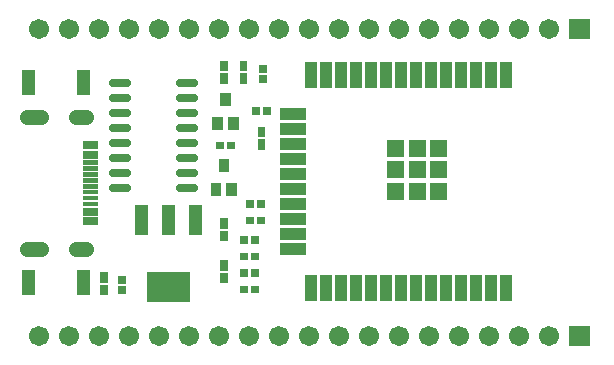
<source format=gts>
G04 Layer: TopSolderMaskLayer*
G04 EasyEDA v6.5.3, 2022-05-09 22:00:40*
G04 d9374f8db1c04431a46586793fd7dc8a,036ae6e9a2b24cebb23d0048bde98d7c,10*
G04 Gerber Generator version 0.2*
G04 Scale: 100 percent, Rotated: No, Reflected: No *
G04 Dimensions in millimeters *
G04 leading zeros omitted , absolute positions ,4 integer and 5 decimal *
%FSLAX45Y45*%
%MOMM*%

%ADD35C,0.6616*%
%ADD36C,1.3016*%
%ADD44C,1.7016*%

%LPD*%
D35*
X3696301Y5867400D02*
G01*
X3577800Y5867400D01*
X3696301Y5740400D02*
G01*
X3577800Y5740400D01*
X3696301Y5613400D02*
G01*
X3577800Y5613400D01*
X3696301Y5486400D02*
G01*
X3577800Y5486400D01*
X3696301Y5359400D02*
G01*
X3577800Y5359400D01*
X3696301Y5232400D02*
G01*
X3577800Y5232400D01*
X3696301Y5105400D02*
G01*
X3577800Y5105400D01*
X3696301Y4978400D02*
G01*
X3577800Y4978400D01*
X4270799Y5867400D02*
G01*
X4152298Y5867400D01*
X4270799Y5740400D02*
G01*
X4152298Y5740400D01*
X4270799Y5613400D02*
G01*
X4152298Y5613400D01*
X4270799Y5486400D02*
G01*
X4152298Y5486400D01*
X4270799Y5359400D02*
G01*
X4152298Y5359400D01*
X4270799Y5232400D02*
G01*
X4152298Y5232400D01*
X4270799Y5105400D02*
G01*
X4152298Y5105400D01*
X4270799Y4978400D02*
G01*
X4152298Y4978400D01*
D36*
X2970103Y5574487D02*
G01*
X2850103Y5574487D01*
X2970103Y4458487D02*
G01*
X2850103Y4458487D01*
X3350102Y4458487D02*
G01*
X3270102Y4458487D01*
X3350102Y5574487D02*
G01*
X3270102Y5574487D01*
G36*
X4489195Y4168139D02*
G01*
X4489195Y4257294D01*
X4553204Y4257294D01*
X4553204Y4168139D01*
G37*
G36*
X4489195Y4277105D02*
G01*
X4489195Y4366260D01*
X4553204Y4366260D01*
X4553204Y4277105D01*
G37*
G36*
X4806695Y5298439D02*
G01*
X4806695Y5387594D01*
X4870704Y5387594D01*
X4870704Y5298439D01*
G37*
G36*
X4806695Y5407405D02*
G01*
X4806695Y5496560D01*
X4870704Y5496560D01*
X4870704Y5407405D01*
G37*
G36*
X4654295Y5966205D02*
G01*
X4654295Y6055360D01*
X4718304Y6055360D01*
X4718304Y5966205D01*
G37*
G36*
X4654295Y5857239D02*
G01*
X4654295Y5946394D01*
X4718304Y5946394D01*
X4718304Y5857239D01*
G37*
G36*
X4489195Y5857239D02*
G01*
X4489195Y5946394D01*
X4553204Y5946394D01*
X4553204Y5857239D01*
G37*
G36*
X4489195Y5966205D02*
G01*
X4489195Y6055360D01*
X4553204Y6055360D01*
X4553204Y5966205D01*
G37*
G36*
X3473195Y4175505D02*
G01*
X3473195Y4264660D01*
X3537204Y4264660D01*
X3537204Y4175505D01*
G37*
G36*
X3473195Y4066539D02*
G01*
X3473195Y4155694D01*
X3537204Y4155694D01*
X3537204Y4066539D01*
G37*
G36*
X4489195Y4523739D02*
G01*
X4489195Y4612894D01*
X4553204Y4612894D01*
X4553204Y4523739D01*
G37*
G36*
X4489195Y4632705D02*
G01*
X4489195Y4721860D01*
X4553204Y4721860D01*
X4553204Y4632705D01*
G37*
G36*
X4476241Y5113781D02*
G01*
X4476241Y5224018D01*
X4566158Y5224018D01*
X4566158Y5113781D01*
G37*
G36*
X4542281Y4910581D02*
G01*
X4542281Y5020818D01*
X4632197Y5020818D01*
X4632197Y4910581D01*
G37*
G36*
X4410202Y4910581D02*
G01*
X4410202Y5020818D01*
X4500118Y5020818D01*
X4500118Y4910581D01*
G37*
G36*
X4488941Y5672581D02*
G01*
X4488941Y5782818D01*
X4578858Y5782818D01*
X4578858Y5672581D01*
G37*
G36*
X4554981Y5469381D02*
G01*
X4554981Y5579618D01*
X4644897Y5579618D01*
X4644897Y5469381D01*
G37*
G36*
X4422902Y5469381D02*
G01*
X4422902Y5579618D01*
X4512818Y5579618D01*
X4512818Y5469381D01*
G37*
G36*
X4819395Y5866892D02*
G01*
X4819395Y5933694D01*
X4883404Y5933694D01*
X4883404Y5866892D01*
G37*
G36*
X4819395Y5953505D02*
G01*
X4819395Y6020307D01*
X4883404Y6020307D01*
X4883404Y5953505D01*
G37*
G36*
X4747006Y4082795D02*
G01*
X4747006Y4146804D01*
X4813808Y4146804D01*
X4813808Y4082795D01*
G37*
G36*
X4660391Y4082795D02*
G01*
X4660391Y4146804D01*
X4727193Y4146804D01*
X4727193Y4082795D01*
G37*
G36*
X3625595Y4162805D02*
G01*
X3625595Y4229607D01*
X3689604Y4229607D01*
X3689604Y4162805D01*
G37*
G36*
X3625595Y4076192D02*
G01*
X3625595Y4142994D01*
X3689604Y4142994D01*
X3689604Y4076192D01*
G37*
G36*
X4660391Y4501895D02*
G01*
X4660391Y4565904D01*
X4727193Y4565904D01*
X4727193Y4501895D01*
G37*
G36*
X4747006Y4501895D02*
G01*
X4747006Y4565904D01*
X4813808Y4565904D01*
X4813808Y4501895D01*
G37*
G36*
X4797806Y4666995D02*
G01*
X4797806Y4731004D01*
X4864608Y4731004D01*
X4864608Y4666995D01*
G37*
G36*
X4711191Y4666995D02*
G01*
X4711191Y4731004D01*
X4777993Y4731004D01*
X4777993Y4666995D01*
G37*
G36*
X4660391Y4222495D02*
G01*
X4660391Y4286504D01*
X4727193Y4286504D01*
X4727193Y4222495D01*
G37*
G36*
X4747006Y4222495D02*
G01*
X4747006Y4286504D01*
X4813808Y4286504D01*
X4813808Y4222495D01*
G37*
G36*
X4848606Y5594095D02*
G01*
X4848606Y5658104D01*
X4915408Y5658104D01*
X4915408Y5594095D01*
G37*
G36*
X4761991Y5594095D02*
G01*
X4761991Y5658104D01*
X4828793Y5658104D01*
X4828793Y5594095D01*
G37*
G36*
X4457191Y5301995D02*
G01*
X4457191Y5366004D01*
X4523993Y5366004D01*
X4523993Y5301995D01*
G37*
G36*
X4543806Y5301995D02*
G01*
X4543806Y5366004D01*
X4610608Y5366004D01*
X4610608Y5301995D01*
G37*
G36*
X4747006Y4362195D02*
G01*
X4747006Y4426204D01*
X4813808Y4426204D01*
X4813808Y4362195D01*
G37*
G36*
X4660391Y4362195D02*
G01*
X4660391Y4426204D01*
X4727193Y4426204D01*
X4727193Y4362195D01*
G37*
G36*
X4797806Y4806695D02*
G01*
X4797806Y4870704D01*
X4864608Y4870704D01*
X4864608Y4806695D01*
G37*
G36*
X4711191Y4806695D02*
G01*
X4711191Y4870704D01*
X4777993Y4870704D01*
X4777993Y4806695D01*
G37*
G36*
X2813811Y4073144D02*
G01*
X2813811Y4283455D01*
X2923793Y4283455D01*
X2923793Y4073144D01*
G37*
G36*
X3273806Y4073144D02*
G01*
X3273806Y4283455D01*
X3383788Y4283455D01*
X3383788Y4073144D01*
G37*
G36*
X2813811Y5762244D02*
G01*
X2813811Y5972555D01*
X2923793Y5972555D01*
X2923793Y5762244D01*
G37*
G36*
X3273806Y5762244D02*
G01*
X3273806Y5972555D01*
X3383788Y5972555D01*
X3383788Y5762244D01*
G37*
G36*
X4227322Y4574539D02*
G01*
X4227322Y4831587D01*
X4335272Y4831587D01*
X4335272Y4574539D01*
G37*
G36*
X3997197Y4574539D02*
G01*
X3997197Y4831587D01*
X4105402Y4831587D01*
X4105402Y4574539D01*
G37*
G36*
X3767327Y4574539D02*
G01*
X3767327Y4831587D01*
X3875277Y4831587D01*
X3875277Y4574539D01*
G37*
G36*
X3866134Y4007612D02*
G01*
X3866134Y4264660D01*
X4236465Y4264660D01*
X4236465Y4007612D01*
G37*
D44*
G01*
X2959100Y6324600D03*
G01*
X3213100Y6324600D03*
G01*
X3467100Y6324600D03*
G01*
X3721100Y6324600D03*
G01*
X3975100Y6324600D03*
G01*
X4229100Y6324600D03*
G01*
X4483100Y6324600D03*
G01*
X4737100Y6324600D03*
G01*
X4991100Y6324600D03*
G01*
X5245100Y6324600D03*
G01*
X5499100Y6324600D03*
G01*
X5753100Y6324600D03*
G01*
X6007100Y6324600D03*
G01*
X6261100Y6324600D03*
G01*
X6515100Y6324600D03*
G01*
X6769100Y6324600D03*
G01*
X7023100Y6324600D03*
G01*
X7277100Y6324600D03*
G36*
X7446009Y6239510D02*
G01*
X7446009Y6409689D01*
X7616190Y6409689D01*
X7616190Y6239510D01*
G37*
G01*
X2959100Y3721100D03*
G01*
X3213100Y3721100D03*
G01*
X3467100Y3721100D03*
G01*
X3721100Y3721100D03*
G01*
X3975100Y3721100D03*
G01*
X4229100Y3721100D03*
G01*
X4483100Y3721100D03*
G01*
X4737100Y3721100D03*
G01*
X4991100Y3721100D03*
G01*
X5245100Y3721100D03*
G01*
X5499100Y3721100D03*
G01*
X5753100Y3721100D03*
G01*
X6007100Y3721100D03*
G01*
X6261100Y3721100D03*
G01*
X6515100Y3721100D03*
G01*
X6769100Y3721100D03*
G01*
X7023100Y3721100D03*
G01*
X7277100Y3721100D03*
G36*
X7446009Y3636010D02*
G01*
X7446009Y3806189D01*
X7616190Y3806189D01*
X7616190Y3636010D01*
G37*
G36*
X6854697Y5819139D02*
G01*
X6854697Y6039357D01*
X6959854Y6039357D01*
X6959854Y5819139D01*
G37*
G36*
X6727697Y5819139D02*
G01*
X6727697Y6039357D01*
X6832854Y6039357D01*
X6832854Y5819139D01*
G37*
G36*
X6600697Y5819139D02*
G01*
X6600697Y6039357D01*
X6705854Y6039357D01*
X6705854Y5819139D01*
G37*
G36*
X6473697Y5819139D02*
G01*
X6473697Y6039357D01*
X6578854Y6039357D01*
X6578854Y5819139D01*
G37*
G36*
X6346697Y5819139D02*
G01*
X6346697Y6039357D01*
X6451854Y6039357D01*
X6451854Y5819139D01*
G37*
G36*
X6219697Y5819139D02*
G01*
X6219697Y6039357D01*
X6324854Y6039357D01*
X6324854Y5819139D01*
G37*
G36*
X6092697Y5819139D02*
G01*
X6092697Y6039357D01*
X6197854Y6039357D01*
X6197854Y5819139D01*
G37*
G36*
X5965697Y5819139D02*
G01*
X5965697Y6039357D01*
X6070854Y6039357D01*
X6070854Y5819139D01*
G37*
G36*
X5838697Y5819139D02*
G01*
X5838697Y6039357D01*
X5943854Y6039357D01*
X5943854Y5819139D01*
G37*
G36*
X5711697Y5819139D02*
G01*
X5711697Y6039357D01*
X5816854Y6039357D01*
X5816854Y5819139D01*
G37*
G36*
X5584697Y5819139D02*
G01*
X5584697Y6039357D01*
X5689854Y6039357D01*
X5689854Y5819139D01*
G37*
G36*
X5457697Y5819139D02*
G01*
X5457697Y6039357D01*
X5562854Y6039357D01*
X5562854Y5819139D01*
G37*
G36*
X5330697Y5819139D02*
G01*
X5330697Y6039357D01*
X5435854Y6039357D01*
X5435854Y5819139D01*
G37*
G36*
X5203697Y5819139D02*
G01*
X5203697Y6039357D01*
X5308854Y6039357D01*
X5308854Y5819139D01*
G37*
G36*
X4996688Y5548121D02*
G01*
X4996688Y5653278D01*
X5216906Y5653278D01*
X5216906Y5548121D01*
G37*
G36*
X4996688Y5421121D02*
G01*
X4996688Y5526278D01*
X5216906Y5526278D01*
X5216906Y5421121D01*
G37*
G36*
X4996688Y5294121D02*
G01*
X4996688Y5399278D01*
X5216906Y5399278D01*
X5216906Y5294121D01*
G37*
G36*
X4996688Y5167121D02*
G01*
X4996688Y5272278D01*
X5216906Y5272278D01*
X5216906Y5167121D01*
G37*
G36*
X4996688Y5040121D02*
G01*
X4996688Y5145278D01*
X5216906Y5145278D01*
X5216906Y5040121D01*
G37*
G36*
X4996688Y4913121D02*
G01*
X4996688Y5018278D01*
X5216906Y5018278D01*
X5216906Y4913121D01*
G37*
G36*
X4996688Y4786121D02*
G01*
X4996688Y4891278D01*
X5216906Y4891278D01*
X5216906Y4786121D01*
G37*
G36*
X4996688Y4659121D02*
G01*
X4996688Y4764278D01*
X5216906Y4764278D01*
X5216906Y4659121D01*
G37*
G36*
X4996688Y4532121D02*
G01*
X4996688Y4637278D01*
X5216906Y4637278D01*
X5216906Y4532121D01*
G37*
G36*
X4996688Y4405121D02*
G01*
X4996688Y4510278D01*
X5216906Y4510278D01*
X5216906Y4405121D01*
G37*
G36*
X5203697Y4019042D02*
G01*
X5203697Y4239260D01*
X5308854Y4239260D01*
X5308854Y4019042D01*
G37*
G36*
X5330697Y4019042D02*
G01*
X5330697Y4239260D01*
X5435854Y4239260D01*
X5435854Y4019042D01*
G37*
G36*
X5457697Y4019042D02*
G01*
X5457697Y4239260D01*
X5562854Y4239260D01*
X5562854Y4019042D01*
G37*
G36*
X5584697Y4019042D02*
G01*
X5584697Y4239260D01*
X5689854Y4239260D01*
X5689854Y4019042D01*
G37*
G36*
X5711697Y4019042D02*
G01*
X5711697Y4239260D01*
X5816854Y4239260D01*
X5816854Y4019042D01*
G37*
G36*
X5838697Y4019042D02*
G01*
X5838697Y4239260D01*
X5943854Y4239260D01*
X5943854Y4019042D01*
G37*
G36*
X5965697Y4019042D02*
G01*
X5965697Y4239260D01*
X6070854Y4239260D01*
X6070854Y4019042D01*
G37*
G36*
X6092697Y4019042D02*
G01*
X6092697Y4239260D01*
X6197854Y4239260D01*
X6197854Y4019042D01*
G37*
G36*
X6219697Y4019042D02*
G01*
X6219697Y4239260D01*
X6324854Y4239260D01*
X6324854Y4019042D01*
G37*
G36*
X6346697Y4019042D02*
G01*
X6346697Y4239260D01*
X6451854Y4239260D01*
X6451854Y4019042D01*
G37*
G36*
X6473697Y4019042D02*
G01*
X6473697Y4239260D01*
X6578854Y4239260D01*
X6578854Y4019042D01*
G37*
G36*
X6600697Y4019042D02*
G01*
X6600697Y4239260D01*
X6705854Y4239260D01*
X6705854Y4019042D01*
G37*
G36*
X6727697Y4019042D02*
G01*
X6727697Y4239260D01*
X6832854Y4239260D01*
X6832854Y4019042D01*
G37*
G36*
X6854697Y4019042D02*
G01*
X6854697Y4239260D01*
X6959854Y4239260D01*
X6959854Y4019042D01*
G37*
G36*
X6085840Y5057647D02*
G01*
X6085840Y5200904D01*
X6228841Y5200904D01*
X6228841Y5057647D01*
G37*
G36*
X6085840Y5241036D02*
G01*
X6085840Y5384292D01*
X6228841Y5384292D01*
X6228841Y5241036D01*
G37*
G36*
X6085840Y4874005D02*
G01*
X6085840Y5017262D01*
X6228841Y5017262D01*
X6228841Y4874005D01*
G37*
G36*
X6269227Y4874005D02*
G01*
X6269227Y5017262D01*
X6412484Y5017262D01*
X6412484Y4874005D01*
G37*
G36*
X6269227Y5057647D02*
G01*
X6269227Y5200650D01*
X6412484Y5200650D01*
X6412484Y5057647D01*
G37*
G36*
X6269227Y5241036D02*
G01*
X6269227Y5384292D01*
X6412484Y5384292D01*
X6412484Y5241036D01*
G37*
G36*
X5902197Y5241036D02*
G01*
X5902197Y5384292D01*
X6045454Y5384292D01*
X6045454Y5241036D01*
G37*
G36*
X5902197Y5057647D02*
G01*
X5902197Y5200650D01*
X6045454Y5200650D01*
X6045454Y5057647D01*
G37*
G36*
X5902197Y4874005D02*
G01*
X5902197Y5017262D01*
X6045454Y5017262D01*
X6045454Y4874005D01*
G37*
G36*
X3326638Y5171439D02*
G01*
X3326638Y5211571D01*
X3451606Y5211571D01*
X3451606Y5171439D01*
G37*
G36*
X3326638Y5121402D02*
G01*
X3326638Y5161534D01*
X3451606Y5161534D01*
X3451606Y5121402D01*
G37*
G36*
X3326384Y5071363D02*
G01*
X3326384Y5111495D01*
X3451606Y5111495D01*
X3451606Y5071363D01*
G37*
G36*
X3326638Y5021326D02*
G01*
X3326638Y5061457D01*
X3451606Y5061457D01*
X3451606Y5021326D01*
G37*
G36*
X3326384Y4971287D02*
G01*
X3326384Y5011673D01*
X3451606Y5011673D01*
X3451606Y4971287D01*
G37*
G36*
X3326638Y4921504D02*
G01*
X3326638Y4961636D01*
X3451606Y4961636D01*
X3451606Y4921504D01*
G37*
G36*
X3326638Y4871465D02*
G01*
X3326638Y4911597D01*
X3451606Y4911597D01*
X3451606Y4871465D01*
G37*
G36*
X3326638Y4821428D02*
G01*
X3326638Y4861560D01*
X3451606Y4861560D01*
X3451606Y4821428D01*
G37*
G36*
X3326638Y4740402D02*
G01*
X3326638Y4810505D01*
X3451606Y4810505D01*
X3451606Y4740402D01*
G37*
G36*
X3326638Y4660392D02*
G01*
X3326638Y4730495D01*
X3451606Y4730495D01*
X3451606Y4660392D01*
G37*
G36*
X3326638Y5222494D02*
G01*
X3326638Y5292597D01*
X3451606Y5292597D01*
X3451606Y5222494D01*
G37*
G36*
X3326638Y5302504D02*
G01*
X3326638Y5372607D01*
X3451606Y5372607D01*
X3451606Y5302504D01*
G37*
M02*

</source>
